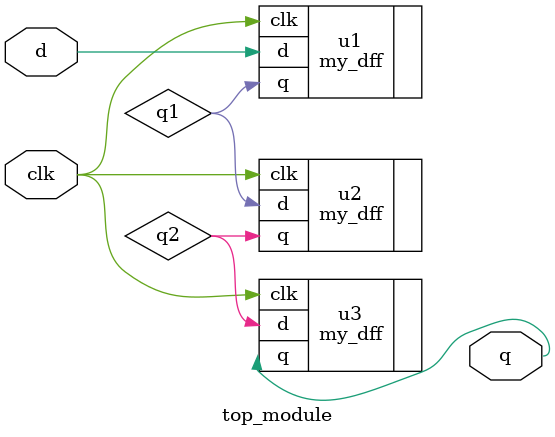
<source format=v>
module top_module ( input clk, input d, output q );
wire q1,q2;
    my_dff u1(.clk(clk),.d(d),.q(q1));
    my_dff u2(.clk(clk),.d(q1),.q(q2));
    my_dff u3(.clk(clk),.d(q2),.q(q));
endmodule

</source>
